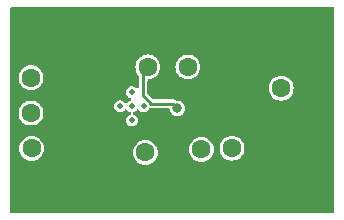
<source format=gbr>
%TF.GenerationSoftware,KiCad,Pcbnew,7.0.7*%
%TF.CreationDate,2023-12-24T20:56:03+03:00*%
%TF.ProjectId,Main_PCB_002,4d61696e-5f50-4434-925f-3030322e6b69,rev?*%
%TF.SameCoordinates,Original*%
%TF.FileFunction,Copper,L2,Bot*%
%TF.FilePolarity,Positive*%
%FSLAX46Y46*%
G04 Gerber Fmt 4.6, Leading zero omitted, Abs format (unit mm)*
G04 Created by KiCad (PCBNEW 7.0.7) date 2023-12-24 20:56:03*
%MOMM*%
%LPD*%
G01*
G04 APERTURE LIST*
%TA.AperFunction,ComponentPad*%
%ADD10C,1.600000*%
%TD*%
%TA.AperFunction,ComponentPad*%
%ADD11C,0.499999*%
%TD*%
%TA.AperFunction,ViaPad*%
%ADD12C,0.800000*%
%TD*%
%TA.AperFunction,Conductor*%
%ADD13C,0.250000*%
%TD*%
G04 APERTURE END LIST*
D10*
%TO.P,D8,1,Conn*%
%TO.N,GND2*%
X119800000Y-129500000D03*
%TD*%
%TO.P,D5,1,Conn*%
%TO.N,GND2*%
X119800000Y-117300000D03*
%TD*%
%TO.P,D1,1,Conn*%
%TO.N,Net-(D1-Conn)*%
X125200000Y-119100000D03*
%TD*%
%TO.P,D9,1,Conn*%
%TO.N,Net-(D9-Conn)*%
X129743200Y-126085600D03*
%TD*%
%TO.P,D18,1,Conn*%
%TO.N,Net-(D18-Conn)*%
X115366800Y-126000000D03*
%TD*%
%TO.P,D7,1,Conn*%
%TO.N,Net-(D7-Conn)*%
X132334000Y-125984000D03*
%TD*%
%TO.P,D19,1,Conn*%
%TO.N,Net-(D19-Conn)*%
X115316000Y-123000000D03*
%TD*%
%TO.P,D2,1,Conn*%
%TO.N,Net-(D2-Conn)*%
X136499600Y-120904000D03*
%TD*%
%TO.P,D6,1,Conn*%
%TO.N,Net-(D6-Conn)*%
X125000000Y-126339600D03*
%TD*%
D11*
%TO.P,U1,V*%
%TO.N,N/C*%
X124850401Y-122428000D03*
X123850400Y-123628000D03*
X123850400Y-122428000D03*
X123850400Y-121228000D03*
X122850399Y-122428000D03*
%TD*%
D10*
%TO.P,D17,1,Conn*%
%TO.N,Net-(D17-Conn)*%
X115316000Y-120000000D03*
%TD*%
%TO.P,D4,1,Conn*%
%TO.N,Net-(D4-Conn)*%
X128600000Y-119100000D03*
%TD*%
%TO.P,D3,1,Conn*%
%TO.N,GND2*%
X136550400Y-124663200D03*
%TD*%
D12*
%TO.N,Net-(D1-Conn)*%
X127716004Y-122614911D03*
%TD*%
D13*
%TO.N,Net-(D1-Conn)*%
X124800000Y-119500000D02*
X125200000Y-119100000D01*
X125500000Y-122200000D02*
X124800000Y-121500000D01*
X124800000Y-121500000D02*
X124800000Y-119500000D01*
X127716004Y-122614911D02*
X127301093Y-122200000D01*
X127301093Y-122200000D02*
X125500000Y-122200000D01*
%TD*%
%TA.AperFunction,Conductor*%
%TO.N,GND2*%
G36*
X140932539Y-114030185D02*
G01*
X140978294Y-114082989D01*
X140989500Y-114134500D01*
X140989500Y-131365500D01*
X140969815Y-131432539D01*
X140917011Y-131478294D01*
X140865500Y-131489500D01*
X113634500Y-131489500D01*
X113567461Y-131469815D01*
X113521706Y-131417011D01*
X113510500Y-131365500D01*
X113510500Y-125999999D01*
X114311217Y-125999999D01*
X114331499Y-126205932D01*
X114331500Y-126205934D01*
X114391568Y-126403954D01*
X114489115Y-126586450D01*
X114489117Y-126586452D01*
X114620389Y-126746410D01*
X114717009Y-126825702D01*
X114780350Y-126877685D01*
X114962846Y-126975232D01*
X115160866Y-127035300D01*
X115160865Y-127035300D01*
X115179329Y-127037118D01*
X115366800Y-127055583D01*
X115572734Y-127035300D01*
X115770754Y-126975232D01*
X115953250Y-126877685D01*
X116113210Y-126746410D01*
X116244485Y-126586450D01*
X116342032Y-126403954D01*
X116361553Y-126339600D01*
X123944417Y-126339600D01*
X123964699Y-126545532D01*
X123977112Y-126586452D01*
X124024768Y-126743554D01*
X124122315Y-126926050D01*
X124122317Y-126926052D01*
X124253589Y-127086010D01*
X124320819Y-127141183D01*
X124413550Y-127217285D01*
X124596046Y-127314832D01*
X124794066Y-127374900D01*
X124794065Y-127374900D01*
X124814348Y-127376897D01*
X125000000Y-127395183D01*
X125205934Y-127374900D01*
X125403954Y-127314832D01*
X125586450Y-127217285D01*
X125746410Y-127086010D01*
X125877685Y-126926050D01*
X125975232Y-126743554D01*
X126035300Y-126545534D01*
X126055583Y-126339600D01*
X126035300Y-126133666D01*
X126020720Y-126085600D01*
X128687617Y-126085600D01*
X128707899Y-126291532D01*
X128707900Y-126291534D01*
X128767968Y-126489554D01*
X128865515Y-126672050D01*
X128865517Y-126672052D01*
X128996789Y-126832010D01*
X129052445Y-126877685D01*
X129156750Y-126963285D01*
X129339246Y-127060832D01*
X129537266Y-127120900D01*
X129537265Y-127120900D01*
X129555729Y-127122718D01*
X129743200Y-127141183D01*
X129949134Y-127120900D01*
X130147154Y-127060832D01*
X130329650Y-126963285D01*
X130489610Y-126832010D01*
X130620885Y-126672050D01*
X130718432Y-126489554D01*
X130778500Y-126291534D01*
X130798783Y-126085600D01*
X130788776Y-125983999D01*
X131278417Y-125983999D01*
X131298699Y-126189932D01*
X131298700Y-126189934D01*
X131358768Y-126387954D01*
X131456315Y-126570450D01*
X131490969Y-126612677D01*
X131587589Y-126730410D01*
X131684209Y-126809702D01*
X131747550Y-126861685D01*
X131930046Y-126959232D01*
X132128066Y-127019300D01*
X132128065Y-127019300D01*
X132146529Y-127021118D01*
X132334000Y-127039583D01*
X132539934Y-127019300D01*
X132737954Y-126959232D01*
X132920450Y-126861685D01*
X133080410Y-126730410D01*
X133211685Y-126570450D01*
X133309232Y-126387954D01*
X133369300Y-126189934D01*
X133389583Y-125984000D01*
X133369300Y-125778066D01*
X133309232Y-125580046D01*
X133211685Y-125397550D01*
X133135157Y-125304300D01*
X133080410Y-125237589D01*
X132962677Y-125140969D01*
X132920450Y-125106315D01*
X132737954Y-125008768D01*
X132539934Y-124948700D01*
X132539932Y-124948699D01*
X132539934Y-124948699D01*
X132352463Y-124930235D01*
X132334000Y-124928417D01*
X132333999Y-124928417D01*
X132128067Y-124948699D01*
X131930043Y-125008769D01*
X131819898Y-125067643D01*
X131747550Y-125106315D01*
X131747548Y-125106316D01*
X131747547Y-125106317D01*
X131587589Y-125237589D01*
X131456317Y-125397547D01*
X131456315Y-125397550D01*
X131447763Y-125413550D01*
X131358769Y-125580043D01*
X131298699Y-125778067D01*
X131278417Y-125983999D01*
X130788776Y-125983999D01*
X130778500Y-125879666D01*
X130718432Y-125681646D01*
X130620885Y-125499150D01*
X130568902Y-125435809D01*
X130489610Y-125339189D01*
X130329652Y-125207917D01*
X130329653Y-125207917D01*
X130329650Y-125207915D01*
X130147154Y-125110368D01*
X129949134Y-125050300D01*
X129949132Y-125050299D01*
X129949134Y-125050299D01*
X129743200Y-125030017D01*
X129537267Y-125050299D01*
X129339243Y-125110369D01*
X129229097Y-125169243D01*
X129156750Y-125207915D01*
X129156748Y-125207916D01*
X129156747Y-125207917D01*
X128996789Y-125339189D01*
X128865517Y-125499147D01*
X128767969Y-125681643D01*
X128707899Y-125879667D01*
X128687617Y-126085600D01*
X126020720Y-126085600D01*
X125975232Y-125935646D01*
X125877685Y-125753150D01*
X125819001Y-125681643D01*
X125746410Y-125593189D01*
X125586452Y-125461917D01*
X125586453Y-125461917D01*
X125586450Y-125461915D01*
X125403954Y-125364368D01*
X125205934Y-125304300D01*
X125205932Y-125304299D01*
X125205934Y-125304299D01*
X125018463Y-125285835D01*
X125000000Y-125284017D01*
X124999999Y-125284017D01*
X124794067Y-125304299D01*
X124596043Y-125364369D01*
X124533973Y-125397547D01*
X124413550Y-125461915D01*
X124413548Y-125461916D01*
X124413547Y-125461917D01*
X124253589Y-125593189D01*
X124122317Y-125753147D01*
X124122315Y-125753150D01*
X124100445Y-125794066D01*
X124024769Y-125935643D01*
X123964699Y-126133667D01*
X123944417Y-126339600D01*
X116361553Y-126339600D01*
X116402100Y-126205934D01*
X116422383Y-126000000D01*
X116402100Y-125794066D01*
X116342032Y-125596046D01*
X116244485Y-125413550D01*
X116183459Y-125339189D01*
X116113210Y-125253589D01*
X115953252Y-125122317D01*
X115953253Y-125122317D01*
X115953250Y-125122315D01*
X115770754Y-125024768D01*
X115572734Y-124964700D01*
X115572732Y-124964699D01*
X115572734Y-124964699D01*
X115366800Y-124944417D01*
X115160867Y-124964699D01*
X114962843Y-125024769D01*
X114915081Y-125050299D01*
X114780350Y-125122315D01*
X114780348Y-125122316D01*
X114780347Y-125122317D01*
X114620389Y-125253589D01*
X114489117Y-125413547D01*
X114391569Y-125596043D01*
X114331499Y-125794067D01*
X114311217Y-125999999D01*
X113510500Y-125999999D01*
X113510500Y-123000000D01*
X114260417Y-123000000D01*
X114280699Y-123205932D01*
X114292811Y-123245859D01*
X114340768Y-123403954D01*
X114438315Y-123586450D01*
X114438317Y-123586452D01*
X114569589Y-123746410D01*
X114666209Y-123825702D01*
X114729550Y-123877685D01*
X114912046Y-123975232D01*
X115110066Y-124035300D01*
X115110065Y-124035300D01*
X115128529Y-124037118D01*
X115316000Y-124055583D01*
X115521934Y-124035300D01*
X115719954Y-123975232D01*
X115902450Y-123877685D01*
X116062410Y-123746410D01*
X116193685Y-123586450D01*
X116291232Y-123403954D01*
X116351300Y-123205934D01*
X116371583Y-123000000D01*
X116351300Y-122794066D01*
X116291232Y-122596046D01*
X116201408Y-122427999D01*
X122344753Y-122427999D01*
X122365234Y-122570456D01*
X122425022Y-122701371D01*
X122425025Y-122701377D01*
X122519268Y-122810140D01*
X122519270Y-122810141D01*
X122519271Y-122810142D01*
X122640346Y-122887952D01*
X122640349Y-122887953D01*
X122640348Y-122887953D01*
X122778435Y-122928498D01*
X122778437Y-122928499D01*
X122778438Y-122928499D01*
X122922361Y-122928499D01*
X122922361Y-122928498D01*
X123060452Y-122887952D01*
X123181527Y-122810142D01*
X123256687Y-122723401D01*
X123315463Y-122685628D01*
X123385332Y-122685627D01*
X123444111Y-122723401D01*
X123444112Y-122723403D01*
X123519269Y-122810140D01*
X123640348Y-122887953D01*
X123712107Y-122909023D01*
X123770885Y-122946797D01*
X123799910Y-123010353D01*
X123789966Y-123079511D01*
X123744212Y-123132315D01*
X123712107Y-123146977D01*
X123640348Y-123168046D01*
X123519269Y-123245859D01*
X123425026Y-123354622D01*
X123425023Y-123354628D01*
X123365235Y-123485543D01*
X123344754Y-123627999D01*
X123365235Y-123770456D01*
X123425023Y-123901371D01*
X123425026Y-123901377D01*
X123519269Y-124010140D01*
X123519271Y-124010141D01*
X123519272Y-124010142D01*
X123640347Y-124087952D01*
X123640350Y-124087953D01*
X123640349Y-124087953D01*
X123778436Y-124128498D01*
X123778438Y-124128499D01*
X123778439Y-124128499D01*
X123922362Y-124128499D01*
X123922362Y-124128498D01*
X124060453Y-124087952D01*
X124181528Y-124010142D01*
X124181530Y-124010140D01*
X124275773Y-123901377D01*
X124275773Y-123901375D01*
X124275776Y-123901373D01*
X124335564Y-123770457D01*
X124356046Y-123628000D01*
X124335564Y-123485543D01*
X124275776Y-123354627D01*
X124275774Y-123354625D01*
X124275773Y-123354622D01*
X124181530Y-123245859D01*
X124119402Y-123205932D01*
X124060453Y-123168048D01*
X124060451Y-123168047D01*
X124060449Y-123168046D01*
X124060450Y-123168046D01*
X123988693Y-123146977D01*
X123929914Y-123109203D01*
X123900889Y-123045648D01*
X123910832Y-122976489D01*
X123956587Y-122923685D01*
X123988693Y-122909023D01*
X124060450Y-122887953D01*
X124060450Y-122887952D01*
X124060453Y-122887952D01*
X124181528Y-122810142D01*
X124256688Y-122723401D01*
X124315464Y-122685628D01*
X124385333Y-122685627D01*
X124444112Y-122723401D01*
X124444113Y-122723403D01*
X124519270Y-122810140D01*
X124519272Y-122810141D01*
X124519273Y-122810142D01*
X124640348Y-122887952D01*
X124640351Y-122887953D01*
X124640350Y-122887953D01*
X124778437Y-122928498D01*
X124778439Y-122928499D01*
X124778440Y-122928499D01*
X124922363Y-122928499D01*
X124922363Y-122928498D01*
X125060454Y-122887952D01*
X125181529Y-122810142D01*
X125275777Y-122701373D01*
X125301157Y-122645798D01*
X125346909Y-122592996D01*
X125413949Y-122573311D01*
X125434364Y-122575003D01*
X125437338Y-122575499D01*
X125437340Y-122575500D01*
X125437342Y-122575500D01*
X125445082Y-122576792D01*
X125452909Y-122577767D01*
X125452911Y-122577768D01*
X125452912Y-122577767D01*
X125452913Y-122577768D01*
X125507755Y-122575500D01*
X126946086Y-122575500D01*
X127013125Y-122595185D01*
X127058880Y-122647989D01*
X127069182Y-122684554D01*
X127079766Y-122771729D01*
X127123844Y-122887952D01*
X127135784Y-122919434D01*
X127225521Y-123049441D01*
X127343764Y-123154194D01*
X127343766Y-123154195D01*
X127483638Y-123227607D01*
X127637018Y-123265411D01*
X127637019Y-123265411D01*
X127794989Y-123265411D01*
X127948369Y-123227607D01*
X127989663Y-123205934D01*
X128088244Y-123154194D01*
X128206487Y-123049441D01*
X128296224Y-122919434D01*
X128352241Y-122771729D01*
X128371282Y-122614911D01*
X128352241Y-122458093D01*
X128296224Y-122310388D01*
X128206487Y-122180381D01*
X128088244Y-122075628D01*
X128088242Y-122075627D01*
X128088241Y-122075626D01*
X127948369Y-122002214D01*
X127794990Y-121964411D01*
X127794989Y-121964411D01*
X127652329Y-121964411D01*
X127585290Y-121944726D01*
X127576165Y-121938263D01*
X127553167Y-121920363D01*
X127547403Y-121915272D01*
X127544608Y-121912477D01*
X127525598Y-121898906D01*
X127482282Y-121865190D01*
X127475367Y-121861448D01*
X127468293Y-121857990D01*
X127415689Y-121842329D01*
X127363751Y-121824499D01*
X127356016Y-121823208D01*
X127348178Y-121822231D01*
X127293337Y-121824500D01*
X125706900Y-121824500D01*
X125639861Y-121804815D01*
X125619219Y-121788181D01*
X125211819Y-121380781D01*
X125178334Y-121319458D01*
X125175500Y-121293100D01*
X125175500Y-120904000D01*
X135444017Y-120904000D01*
X135464299Y-121109932D01*
X135464300Y-121109934D01*
X135524368Y-121307954D01*
X135621915Y-121490450D01*
X135621917Y-121490452D01*
X135753189Y-121650410D01*
X135839462Y-121721211D01*
X135913150Y-121781685D01*
X136095646Y-121879232D01*
X136293666Y-121939300D01*
X136293665Y-121939300D01*
X136312129Y-121941118D01*
X136499600Y-121959583D01*
X136705534Y-121939300D01*
X136903554Y-121879232D01*
X137086050Y-121781685D01*
X137246010Y-121650410D01*
X137377285Y-121490450D01*
X137474832Y-121307954D01*
X137534900Y-121109934D01*
X137555183Y-120904000D01*
X137534900Y-120698066D01*
X137474832Y-120500046D01*
X137377285Y-120317550D01*
X137285683Y-120205932D01*
X137246010Y-120157589D01*
X137086052Y-120026317D01*
X137086053Y-120026317D01*
X137086050Y-120026315D01*
X136903554Y-119928768D01*
X136705534Y-119868700D01*
X136705532Y-119868699D01*
X136705534Y-119868699D01*
X136499600Y-119848417D01*
X136293667Y-119868699D01*
X136095643Y-119928769D01*
X135985498Y-119987643D01*
X135913150Y-120026315D01*
X135913148Y-120026316D01*
X135913147Y-120026317D01*
X135753189Y-120157589D01*
X135621917Y-120317547D01*
X135524369Y-120500043D01*
X135464299Y-120698067D01*
X135444017Y-120904000D01*
X125175500Y-120904000D01*
X125175500Y-120270383D01*
X125195185Y-120203344D01*
X125247989Y-120157589D01*
X125287345Y-120146980D01*
X125405934Y-120135300D01*
X125603954Y-120075232D01*
X125786450Y-119977685D01*
X125946410Y-119846410D01*
X126077685Y-119686450D01*
X126175232Y-119503954D01*
X126235300Y-119305934D01*
X126255583Y-119100000D01*
X126255583Y-119099999D01*
X127544417Y-119099999D01*
X127564699Y-119305932D01*
X127564700Y-119305934D01*
X127624768Y-119503954D01*
X127722315Y-119686450D01*
X127756969Y-119728677D01*
X127853589Y-119846410D01*
X127950209Y-119925702D01*
X128013550Y-119977685D01*
X128196046Y-120075232D01*
X128394066Y-120135300D01*
X128394065Y-120135300D01*
X128414347Y-120137297D01*
X128600000Y-120155583D01*
X128805934Y-120135300D01*
X129003954Y-120075232D01*
X129186450Y-119977685D01*
X129346410Y-119846410D01*
X129477685Y-119686450D01*
X129575232Y-119503954D01*
X129635300Y-119305934D01*
X129655583Y-119100000D01*
X129635300Y-118894066D01*
X129575232Y-118696046D01*
X129477685Y-118513550D01*
X129425702Y-118450209D01*
X129346410Y-118353589D01*
X129186452Y-118222317D01*
X129186453Y-118222317D01*
X129186450Y-118222315D01*
X129003954Y-118124768D01*
X128805934Y-118064700D01*
X128805932Y-118064699D01*
X128805934Y-118064699D01*
X128618463Y-118046235D01*
X128600000Y-118044417D01*
X128599999Y-118044417D01*
X128394067Y-118064699D01*
X128196043Y-118124769D01*
X128085897Y-118183643D01*
X128013550Y-118222315D01*
X128013548Y-118222316D01*
X128013547Y-118222317D01*
X127853589Y-118353589D01*
X127722317Y-118513547D01*
X127624769Y-118696043D01*
X127564699Y-118894067D01*
X127544417Y-119099999D01*
X126255583Y-119099999D01*
X126235300Y-118894066D01*
X126175232Y-118696046D01*
X126077685Y-118513550D01*
X126025702Y-118450209D01*
X125946410Y-118353589D01*
X125786452Y-118222317D01*
X125786453Y-118222317D01*
X125786450Y-118222315D01*
X125603954Y-118124768D01*
X125405934Y-118064700D01*
X125405932Y-118064699D01*
X125405934Y-118064699D01*
X125200000Y-118044417D01*
X124994067Y-118064699D01*
X124796043Y-118124769D01*
X124685897Y-118183643D01*
X124613550Y-118222315D01*
X124613548Y-118222316D01*
X124613547Y-118222317D01*
X124453589Y-118353589D01*
X124322317Y-118513547D01*
X124224769Y-118696043D01*
X124164699Y-118894067D01*
X124144417Y-119100000D01*
X124164699Y-119305932D01*
X124224769Y-119503956D01*
X124322317Y-119686453D01*
X124396352Y-119776665D01*
X124423665Y-119840975D01*
X124424499Y-119855330D01*
X124424500Y-120793805D01*
X124404816Y-120860844D01*
X124352012Y-120906599D01*
X124282853Y-120916543D01*
X124219297Y-120887518D01*
X124206787Y-120875008D01*
X124181528Y-120845858D01*
X124181528Y-120845857D01*
X124060453Y-120768048D01*
X124060451Y-120768047D01*
X124060449Y-120768046D01*
X124060450Y-120768046D01*
X123922363Y-120727501D01*
X123922361Y-120727501D01*
X123778439Y-120727501D01*
X123778436Y-120727501D01*
X123640349Y-120768046D01*
X123519269Y-120845859D01*
X123425026Y-120954622D01*
X123425023Y-120954628D01*
X123365235Y-121085543D01*
X123344754Y-121227999D01*
X123365235Y-121370456D01*
X123425023Y-121501371D01*
X123425026Y-121501377D01*
X123519269Y-121610140D01*
X123640348Y-121687953D01*
X123712107Y-121709023D01*
X123770885Y-121746797D01*
X123799910Y-121810353D01*
X123789966Y-121879511D01*
X123744212Y-121932315D01*
X123712107Y-121946977D01*
X123640348Y-121968046D01*
X123519271Y-122045858D01*
X123444112Y-122132597D01*
X123385334Y-122170371D01*
X123315464Y-122170371D01*
X123256686Y-122132597D01*
X123256686Y-122132596D01*
X123181529Y-122045859D01*
X123113615Y-122002214D01*
X123060452Y-121968048D01*
X123060450Y-121968047D01*
X123060448Y-121968046D01*
X123060449Y-121968046D01*
X122922362Y-121927501D01*
X122922360Y-121927501D01*
X122778438Y-121927501D01*
X122778435Y-121927501D01*
X122640348Y-121968046D01*
X122519268Y-122045859D01*
X122425025Y-122154622D01*
X122425022Y-122154628D01*
X122365234Y-122285543D01*
X122344753Y-122427999D01*
X116201408Y-122427999D01*
X116193685Y-122413550D01*
X116109021Y-122310386D01*
X116062410Y-122253589D01*
X115941824Y-122154628D01*
X115902450Y-122122315D01*
X115719954Y-122024768D01*
X115521934Y-121964700D01*
X115521932Y-121964699D01*
X115521934Y-121964699D01*
X115316000Y-121944417D01*
X115110067Y-121964699D01*
X114912043Y-122024769D01*
X114816898Y-122075626D01*
X114729550Y-122122315D01*
X114729548Y-122122316D01*
X114729547Y-122122317D01*
X114569589Y-122253589D01*
X114438317Y-122413547D01*
X114438315Y-122413550D01*
X114399643Y-122485897D01*
X114340769Y-122596043D01*
X114280699Y-122794067D01*
X114260417Y-123000000D01*
X113510500Y-123000000D01*
X113510500Y-120000000D01*
X114260417Y-120000000D01*
X114280699Y-120205932D01*
X114280700Y-120205934D01*
X114340768Y-120403954D01*
X114438315Y-120586450D01*
X114438317Y-120586452D01*
X114569589Y-120746410D01*
X114627341Y-120793805D01*
X114729550Y-120877685D01*
X114912046Y-120975232D01*
X115110066Y-121035300D01*
X115110065Y-121035300D01*
X115128529Y-121037118D01*
X115316000Y-121055583D01*
X115521934Y-121035300D01*
X115719954Y-120975232D01*
X115902450Y-120877685D01*
X116062410Y-120746410D01*
X116193685Y-120586450D01*
X116291232Y-120403954D01*
X116351300Y-120205934D01*
X116371583Y-120000000D01*
X116351300Y-119794066D01*
X116291232Y-119596046D01*
X116193685Y-119413550D01*
X116141702Y-119350209D01*
X116062410Y-119253589D01*
X115902452Y-119122317D01*
X115902453Y-119122317D01*
X115902450Y-119122315D01*
X115719954Y-119024768D01*
X115521934Y-118964700D01*
X115521932Y-118964699D01*
X115521934Y-118964699D01*
X115316000Y-118944417D01*
X115110067Y-118964699D01*
X114912043Y-119024769D01*
X114801897Y-119083643D01*
X114729550Y-119122315D01*
X114729548Y-119122316D01*
X114729547Y-119122317D01*
X114569589Y-119253589D01*
X114438317Y-119413547D01*
X114340769Y-119596043D01*
X114280699Y-119794067D01*
X114260417Y-120000000D01*
X113510500Y-120000000D01*
X113510500Y-114134500D01*
X113530185Y-114067461D01*
X113582989Y-114021706D01*
X113634500Y-114010500D01*
X140865500Y-114010500D01*
X140932539Y-114030185D01*
G37*
%TD.AperFunction*%
%TD*%
M02*

</source>
